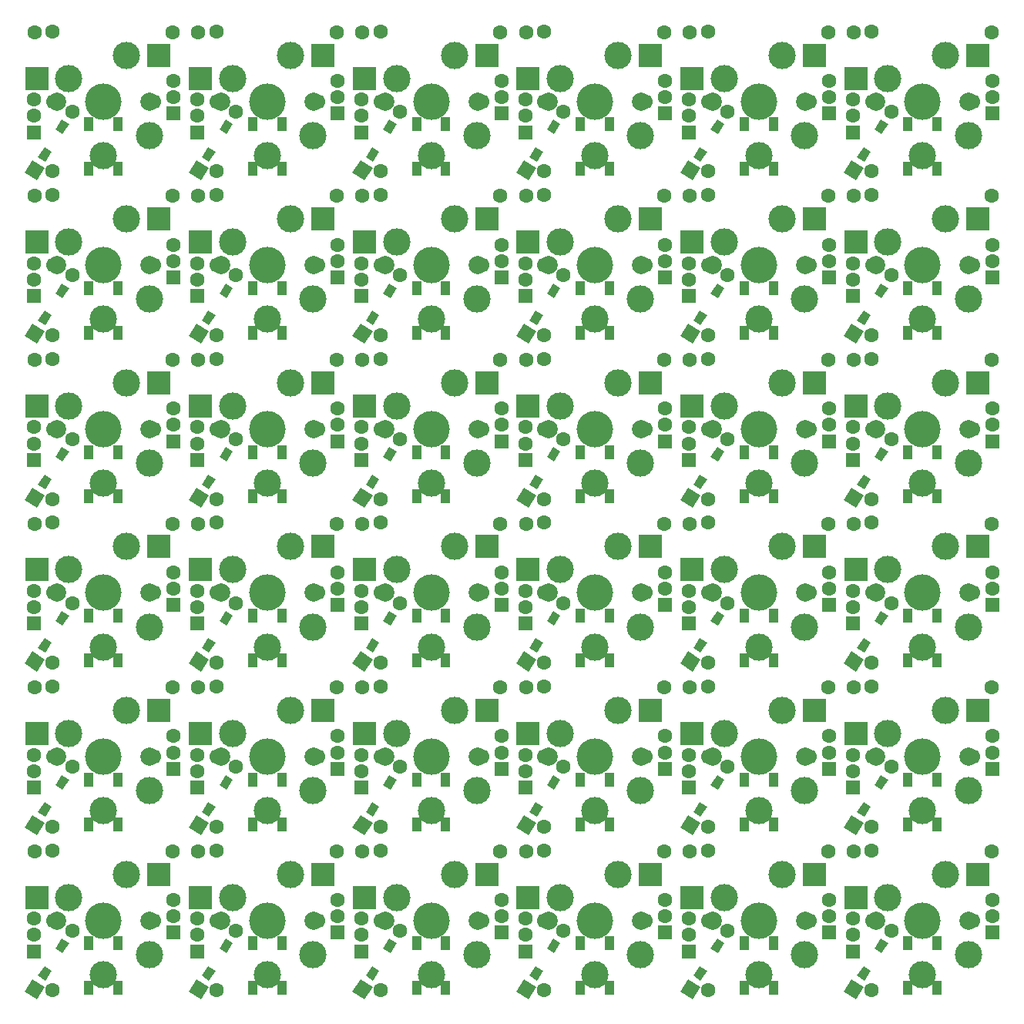
<source format=gbs>
G04 #@! TF.GenerationSoftware,KiCad,Pcbnew,(5.1.5-0-10_14)*
G04 #@! TF.CreationDate,2020-05-05T10:05:08-04:00*
G04 #@! TF.ProjectId,plate,706c6174-652e-46b6-9963-61645f706362,1*
G04 #@! TF.SameCoordinates,Original*
G04 #@! TF.FileFunction,Soldermask,Bot*
G04 #@! TF.FilePolarity,Negative*
%FSLAX46Y46*%
G04 Gerber Fmt 4.6, Leading zero omitted, Abs format (unit mm)*
G04 Created by KiCad (PCBNEW (5.1.5-0-10_14)) date 2020-05-05 10:05:08*
%MOMM*%
%LPD*%
G04 APERTURE LIST*
%ADD10C,1.600000*%
%ADD11R,1.600000X1.600000*%
%ADD12C,0.100000*%
%ADD13C,3.000000*%
%ADD14C,3.429000*%
%ADD15C,1.701800*%
%ADD16C,2.000000*%
%ADD17C,4.000000*%
%ADD18R,2.550000X2.500000*%
%ADD19R,1.000000X1.500000*%
G04 APERTURE END LIST*
D10*
X85045000Y-118215000D03*
X100245000Y-118215000D03*
X100345000Y-125365000D03*
D11*
X84963000Y-129215000D03*
D10*
X100345000Y-123565000D03*
X84963000Y-127415000D03*
X87045000Y-118115000D03*
D11*
X100345000Y-127165000D03*
D10*
X84963000Y-125615000D03*
X87045000Y-133515000D03*
D12*
G36*
X88153780Y-129424382D02*
G01*
X87352558Y-128913947D01*
X88051048Y-127817538D01*
X88852270Y-128327973D01*
X88153780Y-129424382D01*
G37*
G36*
X86246366Y-132418422D02*
G01*
X85445144Y-131907987D01*
X86143634Y-130811578D01*
X86944856Y-131322013D01*
X86246366Y-132418422D01*
G37*
D13*
X92645000Y-131765000D03*
D14*
X92645000Y-125815000D03*
D13*
X97645000Y-129565000D03*
D15*
X87145000Y-125815000D03*
X98145000Y-125815000D03*
D16*
X97725000Y-125815000D03*
D13*
X95185000Y-120735000D03*
D17*
X92645000Y-125815000D03*
D13*
X88835000Y-123275000D03*
D16*
X87565000Y-125815000D03*
D18*
X98735000Y-120735000D03*
X85285000Y-123275000D03*
D19*
X94233600Y-128339400D03*
X91033600Y-128339400D03*
X94233600Y-133239400D03*
X91033600Y-133239400D03*
D12*
G36*
X85339873Y-134469553D02*
G01*
X83990447Y-133609873D01*
X84850127Y-132260447D01*
X86199553Y-133120127D01*
X85339873Y-134469553D01*
G37*
D10*
X89189223Y-126938357D03*
X103045000Y-118215000D03*
X118245000Y-118215000D03*
X118345000Y-125365000D03*
D11*
X102963000Y-129215000D03*
D10*
X118345000Y-123565000D03*
X102963000Y-127415000D03*
X105045000Y-118115000D03*
D11*
X118345000Y-127165000D03*
D10*
X102963000Y-125615000D03*
X105045000Y-133515000D03*
D12*
G36*
X104246366Y-132418422D02*
G01*
X103445144Y-131907987D01*
X104143634Y-130811578D01*
X104944856Y-131322013D01*
X104246366Y-132418422D01*
G37*
G36*
X106153780Y-129424382D02*
G01*
X105352558Y-128913947D01*
X106051048Y-127817538D01*
X106852270Y-128327973D01*
X106153780Y-129424382D01*
G37*
D15*
X116145000Y-125815000D03*
X105145000Y-125815000D03*
D13*
X115645000Y-129565000D03*
D14*
X110645000Y-125815000D03*
D13*
X110645000Y-131765000D03*
D18*
X103285000Y-123275000D03*
X116735000Y-120735000D03*
D16*
X105565000Y-125815000D03*
D13*
X106835000Y-123275000D03*
D17*
X110645000Y-125815000D03*
D13*
X113185000Y-120735000D03*
D16*
X115725000Y-125815000D03*
D10*
X107189223Y-126938357D03*
D12*
G36*
X103339873Y-134469553D02*
G01*
X101990447Y-133609873D01*
X102850127Y-132260447D01*
X104199553Y-133120127D01*
X103339873Y-134469553D01*
G37*
D19*
X109033600Y-133239400D03*
X112233600Y-133239400D03*
X109033600Y-128339400D03*
X112233600Y-128339400D03*
D10*
X85045000Y-136215000D03*
X100245000Y-136215000D03*
X100345000Y-143365000D03*
D11*
X84963000Y-147215000D03*
D10*
X100345000Y-141565000D03*
X84963000Y-145415000D03*
X87045000Y-136115000D03*
D11*
X100345000Y-145165000D03*
D10*
X84963000Y-143615000D03*
X87045000Y-151515000D03*
D12*
G36*
X86246366Y-150418422D02*
G01*
X85445144Y-149907987D01*
X86143634Y-148811578D01*
X86944856Y-149322013D01*
X86246366Y-150418422D01*
G37*
G36*
X88153780Y-147424382D02*
G01*
X87352558Y-146913947D01*
X88051048Y-145817538D01*
X88852270Y-146327973D01*
X88153780Y-147424382D01*
G37*
D15*
X98145000Y-143815000D03*
X87145000Y-143815000D03*
D13*
X97645000Y-147565000D03*
D14*
X92645000Y-143815000D03*
D13*
X92645000Y-149765000D03*
D18*
X85285000Y-141275000D03*
X98735000Y-138735000D03*
D16*
X87565000Y-143815000D03*
D13*
X88835000Y-141275000D03*
D17*
X92645000Y-143815000D03*
D13*
X95185000Y-138735000D03*
D16*
X97725000Y-143815000D03*
D19*
X91033600Y-151239400D03*
X94233600Y-151239400D03*
X91033600Y-146339400D03*
X94233600Y-146339400D03*
D10*
X89189223Y-144938357D03*
D12*
G36*
X85339873Y-152469553D02*
G01*
X83990447Y-151609873D01*
X84850127Y-150260447D01*
X86199553Y-151120127D01*
X85339873Y-152469553D01*
G37*
D10*
X103045000Y-136215000D03*
X118245000Y-136215000D03*
X118345000Y-143365000D03*
D11*
X102963000Y-147215000D03*
D10*
X118345000Y-141565000D03*
X102963000Y-145415000D03*
X105045000Y-136115000D03*
D11*
X118345000Y-145165000D03*
D10*
X102963000Y-143615000D03*
X105045000Y-151515000D03*
D12*
G36*
X106153780Y-147424382D02*
G01*
X105352558Y-146913947D01*
X106051048Y-145817538D01*
X106852270Y-146327973D01*
X106153780Y-147424382D01*
G37*
G36*
X104246366Y-150418422D02*
G01*
X103445144Y-149907987D01*
X104143634Y-148811578D01*
X104944856Y-149322013D01*
X104246366Y-150418422D01*
G37*
D13*
X110645000Y-149765000D03*
D14*
X110645000Y-143815000D03*
D13*
X115645000Y-147565000D03*
D15*
X105145000Y-143815000D03*
X116145000Y-143815000D03*
D16*
X115725000Y-143815000D03*
D13*
X113185000Y-138735000D03*
D17*
X110645000Y-143815000D03*
D13*
X106835000Y-141275000D03*
D16*
X105565000Y-143815000D03*
D18*
X116735000Y-138735000D03*
X103285000Y-141275000D03*
D12*
G36*
X103339873Y-152469553D02*
G01*
X101990447Y-151609873D01*
X102850127Y-150260447D01*
X104199553Y-151120127D01*
X103339873Y-152469553D01*
G37*
D10*
X107189223Y-144938357D03*
D19*
X112233600Y-146339400D03*
X109033600Y-146339400D03*
X112233600Y-151239400D03*
X109033600Y-151239400D03*
D10*
X156963000Y-145415000D03*
X159045000Y-136115000D03*
D11*
X172345000Y-145165000D03*
D10*
X156963000Y-143615000D03*
X159045000Y-151515000D03*
D12*
G36*
X160153780Y-147424382D02*
G01*
X159352558Y-146913947D01*
X160051048Y-145817538D01*
X160852270Y-146327973D01*
X160153780Y-147424382D01*
G37*
G36*
X158246366Y-150418422D02*
G01*
X157445144Y-149907987D01*
X158143634Y-148811578D01*
X158944856Y-149322013D01*
X158246366Y-150418422D01*
G37*
D13*
X164645000Y-149765000D03*
D14*
X164645000Y-143815000D03*
D13*
X169645000Y-147565000D03*
D15*
X159145000Y-143815000D03*
X170145000Y-143815000D03*
D16*
X169725000Y-143815000D03*
D13*
X167185000Y-138735000D03*
D17*
X164645000Y-143815000D03*
D13*
X160835000Y-141275000D03*
D16*
X159565000Y-143815000D03*
D18*
X170735000Y-138735000D03*
X157285000Y-141275000D03*
D10*
X179189223Y-144938357D03*
D12*
G36*
X175339873Y-152469553D02*
G01*
X173990447Y-151609873D01*
X174850127Y-150260447D01*
X176199553Y-151120127D01*
X175339873Y-152469553D01*
G37*
D19*
X181033600Y-151239400D03*
X184233600Y-151239400D03*
X181033600Y-146339400D03*
X184233600Y-146339400D03*
D12*
G36*
X176246366Y-150418422D02*
G01*
X175445144Y-149907987D01*
X176143634Y-148811578D01*
X176944856Y-149322013D01*
X176246366Y-150418422D01*
G37*
G36*
X178153780Y-147424382D02*
G01*
X177352558Y-146913947D01*
X178051048Y-145817538D01*
X178852270Y-146327973D01*
X178153780Y-147424382D01*
G37*
G36*
X157339873Y-152469553D02*
G01*
X155990447Y-151609873D01*
X156850127Y-150260447D01*
X158199553Y-151120127D01*
X157339873Y-152469553D01*
G37*
D10*
X161189223Y-144938357D03*
X190345000Y-143365000D03*
D11*
X174963000Y-147215000D03*
D10*
X190345000Y-141565000D03*
X174963000Y-145415000D03*
X175045000Y-136215000D03*
X190245000Y-136215000D03*
X177045000Y-151515000D03*
D15*
X188145000Y-143815000D03*
X177145000Y-143815000D03*
D13*
X187645000Y-147565000D03*
D14*
X182645000Y-143815000D03*
D13*
X182645000Y-149765000D03*
D10*
X177045000Y-136115000D03*
D11*
X190345000Y-145165000D03*
D10*
X174963000Y-143615000D03*
D11*
X156963000Y-147215000D03*
D10*
X172345000Y-141565000D03*
D18*
X175285000Y-141275000D03*
X188735000Y-138735000D03*
D16*
X177565000Y-143815000D03*
D13*
X178835000Y-141275000D03*
D17*
X182645000Y-143815000D03*
D13*
X185185000Y-138735000D03*
D16*
X187725000Y-143815000D03*
D19*
X166233600Y-146339400D03*
X163033600Y-146339400D03*
X166233600Y-151239400D03*
X163033600Y-151239400D03*
D10*
X157045000Y-136215000D03*
X172245000Y-136215000D03*
X172345000Y-143365000D03*
D19*
X130233600Y-146339400D03*
X127033600Y-146339400D03*
X130233600Y-151239400D03*
X127033600Y-151239400D03*
D12*
G36*
X121339873Y-152469553D02*
G01*
X119990447Y-151609873D01*
X120850127Y-150260447D01*
X122199553Y-151120127D01*
X121339873Y-152469553D01*
G37*
D10*
X125189223Y-144938357D03*
X143189223Y-144938357D03*
D12*
G36*
X139339873Y-152469553D02*
G01*
X137990447Y-151609873D01*
X138850127Y-150260447D01*
X140199553Y-151120127D01*
X139339873Y-152469553D01*
G37*
D13*
X128645000Y-149765000D03*
D14*
X128645000Y-143815000D03*
D13*
X133645000Y-147565000D03*
D15*
X123145000Y-143815000D03*
X134145000Y-143815000D03*
D16*
X133725000Y-143815000D03*
D13*
X131185000Y-138735000D03*
D17*
X128645000Y-143815000D03*
D13*
X124835000Y-141275000D03*
D16*
X123565000Y-143815000D03*
D18*
X134735000Y-138735000D03*
X121285000Y-141275000D03*
D10*
X120963000Y-145415000D03*
X123045000Y-136115000D03*
D11*
X136345000Y-145165000D03*
D10*
X120963000Y-143615000D03*
X123045000Y-151515000D03*
X139045000Y-136215000D03*
X154245000Y-136215000D03*
X154345000Y-143365000D03*
D11*
X138963000Y-147215000D03*
D10*
X154345000Y-141565000D03*
X138963000Y-145415000D03*
X141045000Y-136115000D03*
D11*
X154345000Y-145165000D03*
D10*
X138963000Y-143615000D03*
X141045000Y-151515000D03*
D12*
G36*
X140246366Y-150418422D02*
G01*
X139445144Y-149907987D01*
X140143634Y-148811578D01*
X140944856Y-149322013D01*
X140246366Y-150418422D01*
G37*
G36*
X142153780Y-147424382D02*
G01*
X141352558Y-146913947D01*
X142051048Y-145817538D01*
X142852270Y-146327973D01*
X142153780Y-147424382D01*
G37*
D15*
X152145000Y-143815000D03*
X141145000Y-143815000D03*
D13*
X151645000Y-147565000D03*
D14*
X146645000Y-143815000D03*
D13*
X146645000Y-149765000D03*
D18*
X139285000Y-141275000D03*
X152735000Y-138735000D03*
D16*
X141565000Y-143815000D03*
D13*
X142835000Y-141275000D03*
D17*
X146645000Y-143815000D03*
D13*
X149185000Y-138735000D03*
D16*
X151725000Y-143815000D03*
D12*
G36*
X124153780Y-147424382D02*
G01*
X123352558Y-146913947D01*
X124051048Y-145817538D01*
X124852270Y-146327973D01*
X124153780Y-147424382D01*
G37*
G36*
X122246366Y-150418422D02*
G01*
X121445144Y-149907987D01*
X122143634Y-148811578D01*
X122944856Y-149322013D01*
X122246366Y-150418422D01*
G37*
D19*
X145033600Y-151239400D03*
X148233600Y-151239400D03*
X145033600Y-146339400D03*
X148233600Y-146339400D03*
D11*
X120963000Y-147215000D03*
D10*
X121045000Y-136215000D03*
X136245000Y-136215000D03*
X136345000Y-143365000D03*
X136345000Y-141565000D03*
X156963000Y-127415000D03*
X159045000Y-118115000D03*
D11*
X172345000Y-127165000D03*
D10*
X156963000Y-125615000D03*
X159045000Y-133515000D03*
D12*
G36*
X158246366Y-132418422D02*
G01*
X157445144Y-131907987D01*
X158143634Y-130811578D01*
X158944856Y-131322013D01*
X158246366Y-132418422D01*
G37*
G36*
X160153780Y-129424382D02*
G01*
X159352558Y-128913947D01*
X160051048Y-127817538D01*
X160852270Y-128327973D01*
X160153780Y-129424382D01*
G37*
D15*
X170145000Y-125815000D03*
X159145000Y-125815000D03*
D13*
X169645000Y-129565000D03*
D14*
X164645000Y-125815000D03*
D13*
X164645000Y-131765000D03*
D18*
X157285000Y-123275000D03*
X170735000Y-120735000D03*
D16*
X159565000Y-125815000D03*
D13*
X160835000Y-123275000D03*
D17*
X164645000Y-125815000D03*
D13*
X167185000Y-120735000D03*
D16*
X169725000Y-125815000D03*
D12*
G36*
X175339873Y-134469553D02*
G01*
X173990447Y-133609873D01*
X174850127Y-132260447D01*
X176199553Y-133120127D01*
X175339873Y-134469553D01*
G37*
D10*
X179189223Y-126938357D03*
D19*
X184233600Y-128339400D03*
X181033600Y-128339400D03*
X184233600Y-133239400D03*
X181033600Y-133239400D03*
D12*
G36*
X178153780Y-129424382D02*
G01*
X177352558Y-128913947D01*
X178051048Y-127817538D01*
X178852270Y-128327973D01*
X178153780Y-129424382D01*
G37*
G36*
X176246366Y-132418422D02*
G01*
X175445144Y-131907987D01*
X176143634Y-130811578D01*
X176944856Y-131322013D01*
X176246366Y-132418422D01*
G37*
D10*
X161189223Y-126938357D03*
D12*
G36*
X157339873Y-134469553D02*
G01*
X155990447Y-133609873D01*
X156850127Y-132260447D01*
X158199553Y-133120127D01*
X157339873Y-134469553D01*
G37*
D10*
X190345000Y-125365000D03*
D11*
X174963000Y-129215000D03*
D10*
X190345000Y-123565000D03*
X174963000Y-127415000D03*
X175045000Y-118215000D03*
X190245000Y-118215000D03*
X177045000Y-133515000D03*
D13*
X182645000Y-131765000D03*
D14*
X182645000Y-125815000D03*
D13*
X187645000Y-129565000D03*
D15*
X177145000Y-125815000D03*
X188145000Y-125815000D03*
D10*
X177045000Y-118115000D03*
D11*
X190345000Y-127165000D03*
D10*
X174963000Y-125615000D03*
D11*
X156963000Y-129215000D03*
D10*
X172345000Y-123565000D03*
D16*
X187725000Y-125815000D03*
D13*
X185185000Y-120735000D03*
D17*
X182645000Y-125815000D03*
D13*
X178835000Y-123275000D03*
D16*
X177565000Y-125815000D03*
D18*
X188735000Y-120735000D03*
X175285000Y-123275000D03*
D19*
X163033600Y-133239400D03*
X166233600Y-133239400D03*
X163033600Y-128339400D03*
X166233600Y-128339400D03*
D10*
X157045000Y-118215000D03*
X172245000Y-118215000D03*
X172345000Y-125365000D03*
D19*
X127033600Y-133239400D03*
X130233600Y-133239400D03*
X127033600Y-128339400D03*
X130233600Y-128339400D03*
D10*
X125189223Y-126938357D03*
D12*
G36*
X121339873Y-134469553D02*
G01*
X119990447Y-133609873D01*
X120850127Y-132260447D01*
X122199553Y-133120127D01*
X121339873Y-134469553D01*
G37*
D10*
X139045000Y-118215000D03*
X154245000Y-118215000D03*
X154345000Y-125365000D03*
D11*
X138963000Y-129215000D03*
D10*
X154345000Y-123565000D03*
X138963000Y-127415000D03*
X141045000Y-118115000D03*
D11*
X154345000Y-127165000D03*
D10*
X138963000Y-125615000D03*
X141045000Y-133515000D03*
D12*
G36*
X142153780Y-129424382D02*
G01*
X141352558Y-128913947D01*
X142051048Y-127817538D01*
X142852270Y-128327973D01*
X142153780Y-129424382D01*
G37*
G36*
X140246366Y-132418422D02*
G01*
X139445144Y-131907987D01*
X140143634Y-130811578D01*
X140944856Y-131322013D01*
X140246366Y-132418422D01*
G37*
D13*
X146645000Y-131765000D03*
D14*
X146645000Y-125815000D03*
D13*
X151645000Y-129565000D03*
D15*
X141145000Y-125815000D03*
X152145000Y-125815000D03*
D16*
X151725000Y-125815000D03*
D13*
X149185000Y-120735000D03*
D17*
X146645000Y-125815000D03*
D13*
X142835000Y-123275000D03*
D16*
X141565000Y-125815000D03*
D18*
X152735000Y-120735000D03*
X139285000Y-123275000D03*
D12*
G36*
X139339873Y-134469553D02*
G01*
X137990447Y-133609873D01*
X138850127Y-132260447D01*
X140199553Y-133120127D01*
X139339873Y-134469553D01*
G37*
D10*
X143189223Y-126938357D03*
D19*
X148233600Y-128339400D03*
X145033600Y-128339400D03*
X148233600Y-133239400D03*
X145033600Y-133239400D03*
D10*
X121045000Y-118215000D03*
X136245000Y-118215000D03*
X136345000Y-125365000D03*
D11*
X120963000Y-129215000D03*
D10*
X136345000Y-123565000D03*
X120963000Y-127415000D03*
X123045000Y-118115000D03*
D11*
X136345000Y-127165000D03*
D10*
X120963000Y-125615000D03*
X123045000Y-133515000D03*
D12*
G36*
X122246366Y-132418422D02*
G01*
X121445144Y-131907987D01*
X122143634Y-130811578D01*
X122944856Y-131322013D01*
X122246366Y-132418422D01*
G37*
G36*
X124153780Y-129424382D02*
G01*
X123352558Y-128913947D01*
X124051048Y-127817538D01*
X124852270Y-128327973D01*
X124153780Y-129424382D01*
G37*
D15*
X134145000Y-125815000D03*
X123145000Y-125815000D03*
D13*
X133645000Y-129565000D03*
D14*
X128645000Y-125815000D03*
D13*
X128645000Y-131765000D03*
D18*
X121285000Y-123275000D03*
X134735000Y-120735000D03*
D16*
X123565000Y-125815000D03*
D13*
X124835000Y-123275000D03*
D17*
X128645000Y-125815000D03*
D13*
X131185000Y-120735000D03*
D16*
X133725000Y-125815000D03*
D10*
X85045000Y-82215000D03*
X100245000Y-82215000D03*
X100345000Y-89365000D03*
D11*
X84963000Y-93215000D03*
D10*
X100345000Y-87565000D03*
X84963000Y-91415000D03*
X87045000Y-82115000D03*
D11*
X100345000Y-91165000D03*
D10*
X84963000Y-89615000D03*
X87045000Y-97515000D03*
D12*
G36*
X88153780Y-93424382D02*
G01*
X87352558Y-92913947D01*
X88051048Y-91817538D01*
X88852270Y-92327973D01*
X88153780Y-93424382D01*
G37*
G36*
X86246366Y-96418422D02*
G01*
X85445144Y-95907987D01*
X86143634Y-94811578D01*
X86944856Y-95322013D01*
X86246366Y-96418422D01*
G37*
D13*
X92645000Y-95765000D03*
D14*
X92645000Y-89815000D03*
D13*
X97645000Y-93565000D03*
D15*
X87145000Y-89815000D03*
X98145000Y-89815000D03*
D16*
X97725000Y-89815000D03*
D13*
X95185000Y-84735000D03*
D17*
X92645000Y-89815000D03*
D13*
X88835000Y-87275000D03*
D16*
X87565000Y-89815000D03*
D18*
X98735000Y-84735000D03*
X85285000Y-87275000D03*
D19*
X94233600Y-92339400D03*
X91033600Y-92339400D03*
X94233600Y-97239400D03*
X91033600Y-97239400D03*
D12*
G36*
X85339873Y-98469553D02*
G01*
X83990447Y-97609873D01*
X84850127Y-96260447D01*
X86199553Y-97120127D01*
X85339873Y-98469553D01*
G37*
D10*
X89189223Y-90938357D03*
X103045000Y-82215000D03*
X118245000Y-82215000D03*
X118345000Y-89365000D03*
D11*
X102963000Y-93215000D03*
D10*
X118345000Y-87565000D03*
X102963000Y-91415000D03*
X105045000Y-82115000D03*
D11*
X118345000Y-91165000D03*
D10*
X102963000Y-89615000D03*
X105045000Y-97515000D03*
D12*
G36*
X104246366Y-96418422D02*
G01*
X103445144Y-95907987D01*
X104143634Y-94811578D01*
X104944856Y-95322013D01*
X104246366Y-96418422D01*
G37*
G36*
X106153780Y-93424382D02*
G01*
X105352558Y-92913947D01*
X106051048Y-91817538D01*
X106852270Y-92327973D01*
X106153780Y-93424382D01*
G37*
D15*
X116145000Y-89815000D03*
X105145000Y-89815000D03*
D13*
X115645000Y-93565000D03*
D14*
X110645000Y-89815000D03*
D13*
X110645000Y-95765000D03*
D18*
X103285000Y-87275000D03*
X116735000Y-84735000D03*
D16*
X105565000Y-89815000D03*
D13*
X106835000Y-87275000D03*
D17*
X110645000Y-89815000D03*
D13*
X113185000Y-84735000D03*
D16*
X115725000Y-89815000D03*
D10*
X107189223Y-90938357D03*
D12*
G36*
X103339873Y-98469553D02*
G01*
X101990447Y-97609873D01*
X102850127Y-96260447D01*
X104199553Y-97120127D01*
X103339873Y-98469553D01*
G37*
D19*
X109033600Y-97239400D03*
X112233600Y-97239400D03*
X109033600Y-92339400D03*
X112233600Y-92339400D03*
D10*
X85045000Y-100215000D03*
X100245000Y-100215000D03*
X100345000Y-107365000D03*
D11*
X84963000Y-111215000D03*
D10*
X100345000Y-105565000D03*
X84963000Y-109415000D03*
X87045000Y-100115000D03*
D11*
X100345000Y-109165000D03*
D10*
X84963000Y-107615000D03*
X87045000Y-115515000D03*
D12*
G36*
X86246366Y-114418422D02*
G01*
X85445144Y-113907987D01*
X86143634Y-112811578D01*
X86944856Y-113322013D01*
X86246366Y-114418422D01*
G37*
G36*
X88153780Y-111424382D02*
G01*
X87352558Y-110913947D01*
X88051048Y-109817538D01*
X88852270Y-110327973D01*
X88153780Y-111424382D01*
G37*
D15*
X98145000Y-107815000D03*
X87145000Y-107815000D03*
D13*
X97645000Y-111565000D03*
D14*
X92645000Y-107815000D03*
D13*
X92645000Y-113765000D03*
D18*
X85285000Y-105275000D03*
X98735000Y-102735000D03*
D16*
X87565000Y-107815000D03*
D13*
X88835000Y-105275000D03*
D17*
X92645000Y-107815000D03*
D13*
X95185000Y-102735000D03*
D16*
X97725000Y-107815000D03*
D19*
X91033600Y-115239400D03*
X94233600Y-115239400D03*
X91033600Y-110339400D03*
X94233600Y-110339400D03*
D10*
X89189223Y-108938357D03*
D12*
G36*
X85339873Y-116469553D02*
G01*
X83990447Y-115609873D01*
X84850127Y-114260447D01*
X86199553Y-115120127D01*
X85339873Y-116469553D01*
G37*
D10*
X103045000Y-100215000D03*
X118245000Y-100215000D03*
X118345000Y-107365000D03*
D11*
X102963000Y-111215000D03*
D10*
X118345000Y-105565000D03*
X102963000Y-109415000D03*
X105045000Y-100115000D03*
D11*
X118345000Y-109165000D03*
D10*
X102963000Y-107615000D03*
X105045000Y-115515000D03*
D12*
G36*
X106153780Y-111424382D02*
G01*
X105352558Y-110913947D01*
X106051048Y-109817538D01*
X106852270Y-110327973D01*
X106153780Y-111424382D01*
G37*
G36*
X104246366Y-114418422D02*
G01*
X103445144Y-113907987D01*
X104143634Y-112811578D01*
X104944856Y-113322013D01*
X104246366Y-114418422D01*
G37*
D13*
X110645000Y-113765000D03*
D14*
X110645000Y-107815000D03*
D13*
X115645000Y-111565000D03*
D15*
X105145000Y-107815000D03*
X116145000Y-107815000D03*
D16*
X115725000Y-107815000D03*
D13*
X113185000Y-102735000D03*
D17*
X110645000Y-107815000D03*
D13*
X106835000Y-105275000D03*
D16*
X105565000Y-107815000D03*
D18*
X116735000Y-102735000D03*
X103285000Y-105275000D03*
D12*
G36*
X103339873Y-116469553D02*
G01*
X101990447Y-115609873D01*
X102850127Y-114260447D01*
X104199553Y-115120127D01*
X103339873Y-116469553D01*
G37*
D10*
X107189223Y-108938357D03*
D19*
X112233600Y-110339400D03*
X109033600Y-110339400D03*
X112233600Y-115239400D03*
X109033600Y-115239400D03*
D10*
X156963000Y-109415000D03*
X159045000Y-100115000D03*
D11*
X172345000Y-109165000D03*
D10*
X156963000Y-107615000D03*
X159045000Y-115515000D03*
D12*
G36*
X160153780Y-111424382D02*
G01*
X159352558Y-110913947D01*
X160051048Y-109817538D01*
X160852270Y-110327973D01*
X160153780Y-111424382D01*
G37*
G36*
X158246366Y-114418422D02*
G01*
X157445144Y-113907987D01*
X158143634Y-112811578D01*
X158944856Y-113322013D01*
X158246366Y-114418422D01*
G37*
D13*
X164645000Y-113765000D03*
D14*
X164645000Y-107815000D03*
D13*
X169645000Y-111565000D03*
D15*
X159145000Y-107815000D03*
X170145000Y-107815000D03*
D16*
X169725000Y-107815000D03*
D13*
X167185000Y-102735000D03*
D17*
X164645000Y-107815000D03*
D13*
X160835000Y-105275000D03*
D16*
X159565000Y-107815000D03*
D18*
X170735000Y-102735000D03*
X157285000Y-105275000D03*
D10*
X179189223Y-108938357D03*
D12*
G36*
X175339873Y-116469553D02*
G01*
X173990447Y-115609873D01*
X174850127Y-114260447D01*
X176199553Y-115120127D01*
X175339873Y-116469553D01*
G37*
D19*
X181033600Y-115239400D03*
X184233600Y-115239400D03*
X181033600Y-110339400D03*
X184233600Y-110339400D03*
D12*
G36*
X176246366Y-114418422D02*
G01*
X175445144Y-113907987D01*
X176143634Y-112811578D01*
X176944856Y-113322013D01*
X176246366Y-114418422D01*
G37*
G36*
X178153780Y-111424382D02*
G01*
X177352558Y-110913947D01*
X178051048Y-109817538D01*
X178852270Y-110327973D01*
X178153780Y-111424382D01*
G37*
G36*
X157339873Y-116469553D02*
G01*
X155990447Y-115609873D01*
X156850127Y-114260447D01*
X158199553Y-115120127D01*
X157339873Y-116469553D01*
G37*
D10*
X161189223Y-108938357D03*
X190345000Y-107365000D03*
D11*
X174963000Y-111215000D03*
D10*
X190345000Y-105565000D03*
X174963000Y-109415000D03*
X175045000Y-100215000D03*
X190245000Y-100215000D03*
X177045000Y-115515000D03*
D15*
X188145000Y-107815000D03*
X177145000Y-107815000D03*
D13*
X187645000Y-111565000D03*
D14*
X182645000Y-107815000D03*
D13*
X182645000Y-113765000D03*
D10*
X177045000Y-100115000D03*
D11*
X190345000Y-109165000D03*
D10*
X174963000Y-107615000D03*
D11*
X156963000Y-111215000D03*
D10*
X172345000Y-105565000D03*
D18*
X175285000Y-105275000D03*
X188735000Y-102735000D03*
D16*
X177565000Y-107815000D03*
D13*
X178835000Y-105275000D03*
D17*
X182645000Y-107815000D03*
D13*
X185185000Y-102735000D03*
D16*
X187725000Y-107815000D03*
D19*
X166233600Y-110339400D03*
X163033600Y-110339400D03*
X166233600Y-115239400D03*
X163033600Y-115239400D03*
D10*
X157045000Y-100215000D03*
X172245000Y-100215000D03*
X172345000Y-107365000D03*
D19*
X130233600Y-110339400D03*
X127033600Y-110339400D03*
X130233600Y-115239400D03*
X127033600Y-115239400D03*
D12*
G36*
X121339873Y-116469553D02*
G01*
X119990447Y-115609873D01*
X120850127Y-114260447D01*
X122199553Y-115120127D01*
X121339873Y-116469553D01*
G37*
D10*
X125189223Y-108938357D03*
X143189223Y-108938357D03*
D12*
G36*
X139339873Y-116469553D02*
G01*
X137990447Y-115609873D01*
X138850127Y-114260447D01*
X140199553Y-115120127D01*
X139339873Y-116469553D01*
G37*
D13*
X128645000Y-113765000D03*
D14*
X128645000Y-107815000D03*
D13*
X133645000Y-111565000D03*
D15*
X123145000Y-107815000D03*
X134145000Y-107815000D03*
D16*
X133725000Y-107815000D03*
D13*
X131185000Y-102735000D03*
D17*
X128645000Y-107815000D03*
D13*
X124835000Y-105275000D03*
D16*
X123565000Y-107815000D03*
D18*
X134735000Y-102735000D03*
X121285000Y-105275000D03*
D10*
X120963000Y-109415000D03*
X123045000Y-100115000D03*
D11*
X136345000Y-109165000D03*
D10*
X120963000Y-107615000D03*
X123045000Y-115515000D03*
X139045000Y-100215000D03*
X154245000Y-100215000D03*
X154345000Y-107365000D03*
D11*
X138963000Y-111215000D03*
D10*
X154345000Y-105565000D03*
X138963000Y-109415000D03*
X141045000Y-100115000D03*
D11*
X154345000Y-109165000D03*
D10*
X138963000Y-107615000D03*
X141045000Y-115515000D03*
D12*
G36*
X140246366Y-114418422D02*
G01*
X139445144Y-113907987D01*
X140143634Y-112811578D01*
X140944856Y-113322013D01*
X140246366Y-114418422D01*
G37*
G36*
X142153780Y-111424382D02*
G01*
X141352558Y-110913947D01*
X142051048Y-109817538D01*
X142852270Y-110327973D01*
X142153780Y-111424382D01*
G37*
D15*
X152145000Y-107815000D03*
X141145000Y-107815000D03*
D13*
X151645000Y-111565000D03*
D14*
X146645000Y-107815000D03*
D13*
X146645000Y-113765000D03*
D18*
X139285000Y-105275000D03*
X152735000Y-102735000D03*
D16*
X141565000Y-107815000D03*
D13*
X142835000Y-105275000D03*
D17*
X146645000Y-107815000D03*
D13*
X149185000Y-102735000D03*
D16*
X151725000Y-107815000D03*
D12*
G36*
X124153780Y-111424382D02*
G01*
X123352558Y-110913947D01*
X124051048Y-109817538D01*
X124852270Y-110327973D01*
X124153780Y-111424382D01*
G37*
G36*
X122246366Y-114418422D02*
G01*
X121445144Y-113907987D01*
X122143634Y-112811578D01*
X122944856Y-113322013D01*
X122246366Y-114418422D01*
G37*
D19*
X145033600Y-115239400D03*
X148233600Y-115239400D03*
X145033600Y-110339400D03*
X148233600Y-110339400D03*
D11*
X120963000Y-111215000D03*
D10*
X121045000Y-100215000D03*
X136245000Y-100215000D03*
X136345000Y-107365000D03*
X136345000Y-105565000D03*
X156963000Y-91415000D03*
X159045000Y-82115000D03*
D11*
X172345000Y-91165000D03*
D10*
X156963000Y-89615000D03*
X159045000Y-97515000D03*
D12*
G36*
X158246366Y-96418422D02*
G01*
X157445144Y-95907987D01*
X158143634Y-94811578D01*
X158944856Y-95322013D01*
X158246366Y-96418422D01*
G37*
G36*
X160153780Y-93424382D02*
G01*
X159352558Y-92913947D01*
X160051048Y-91817538D01*
X160852270Y-92327973D01*
X160153780Y-93424382D01*
G37*
D15*
X170145000Y-89815000D03*
X159145000Y-89815000D03*
D13*
X169645000Y-93565000D03*
D14*
X164645000Y-89815000D03*
D13*
X164645000Y-95765000D03*
D18*
X157285000Y-87275000D03*
X170735000Y-84735000D03*
D16*
X159565000Y-89815000D03*
D13*
X160835000Y-87275000D03*
D17*
X164645000Y-89815000D03*
D13*
X167185000Y-84735000D03*
D16*
X169725000Y-89815000D03*
D12*
G36*
X175339873Y-98469553D02*
G01*
X173990447Y-97609873D01*
X174850127Y-96260447D01*
X176199553Y-97120127D01*
X175339873Y-98469553D01*
G37*
D10*
X179189223Y-90938357D03*
D19*
X184233600Y-92339400D03*
X181033600Y-92339400D03*
X184233600Y-97239400D03*
X181033600Y-97239400D03*
D12*
G36*
X178153780Y-93424382D02*
G01*
X177352558Y-92913947D01*
X178051048Y-91817538D01*
X178852270Y-92327973D01*
X178153780Y-93424382D01*
G37*
G36*
X176246366Y-96418422D02*
G01*
X175445144Y-95907987D01*
X176143634Y-94811578D01*
X176944856Y-95322013D01*
X176246366Y-96418422D01*
G37*
D10*
X161189223Y-90938357D03*
D12*
G36*
X157339873Y-98469553D02*
G01*
X155990447Y-97609873D01*
X156850127Y-96260447D01*
X158199553Y-97120127D01*
X157339873Y-98469553D01*
G37*
D10*
X190345000Y-89365000D03*
D11*
X174963000Y-93215000D03*
D10*
X190345000Y-87565000D03*
X174963000Y-91415000D03*
X175045000Y-82215000D03*
X190245000Y-82215000D03*
X177045000Y-97515000D03*
D13*
X182645000Y-95765000D03*
D14*
X182645000Y-89815000D03*
D13*
X187645000Y-93565000D03*
D15*
X177145000Y-89815000D03*
X188145000Y-89815000D03*
D10*
X177045000Y-82115000D03*
D11*
X190345000Y-91165000D03*
D10*
X174963000Y-89615000D03*
D11*
X156963000Y-93215000D03*
D10*
X172345000Y-87565000D03*
D16*
X187725000Y-89815000D03*
D13*
X185185000Y-84735000D03*
D17*
X182645000Y-89815000D03*
D13*
X178835000Y-87275000D03*
D16*
X177565000Y-89815000D03*
D18*
X188735000Y-84735000D03*
X175285000Y-87275000D03*
D19*
X163033600Y-97239400D03*
X166233600Y-97239400D03*
X163033600Y-92339400D03*
X166233600Y-92339400D03*
D10*
X157045000Y-82215000D03*
X172245000Y-82215000D03*
X172345000Y-89365000D03*
D19*
X127033600Y-97239400D03*
X130233600Y-97239400D03*
X127033600Y-92339400D03*
X130233600Y-92339400D03*
D10*
X125189223Y-90938357D03*
D12*
G36*
X121339873Y-98469553D02*
G01*
X119990447Y-97609873D01*
X120850127Y-96260447D01*
X122199553Y-97120127D01*
X121339873Y-98469553D01*
G37*
D10*
X139045000Y-82215000D03*
X154245000Y-82215000D03*
X154345000Y-89365000D03*
D11*
X138963000Y-93215000D03*
D10*
X154345000Y-87565000D03*
X138963000Y-91415000D03*
X141045000Y-82115000D03*
D11*
X154345000Y-91165000D03*
D10*
X138963000Y-89615000D03*
X141045000Y-97515000D03*
D12*
G36*
X142153780Y-93424382D02*
G01*
X141352558Y-92913947D01*
X142051048Y-91817538D01*
X142852270Y-92327973D01*
X142153780Y-93424382D01*
G37*
G36*
X140246366Y-96418422D02*
G01*
X139445144Y-95907987D01*
X140143634Y-94811578D01*
X140944856Y-95322013D01*
X140246366Y-96418422D01*
G37*
D13*
X146645000Y-95765000D03*
D14*
X146645000Y-89815000D03*
D13*
X151645000Y-93565000D03*
D15*
X141145000Y-89815000D03*
X152145000Y-89815000D03*
D16*
X151725000Y-89815000D03*
D13*
X149185000Y-84735000D03*
D17*
X146645000Y-89815000D03*
D13*
X142835000Y-87275000D03*
D16*
X141565000Y-89815000D03*
D18*
X152735000Y-84735000D03*
X139285000Y-87275000D03*
D12*
G36*
X139339873Y-98469553D02*
G01*
X137990447Y-97609873D01*
X138850127Y-96260447D01*
X140199553Y-97120127D01*
X139339873Y-98469553D01*
G37*
D10*
X143189223Y-90938357D03*
D19*
X148233600Y-92339400D03*
X145033600Y-92339400D03*
X148233600Y-97239400D03*
X145033600Y-97239400D03*
D10*
X121045000Y-82215000D03*
X136245000Y-82215000D03*
X136345000Y-89365000D03*
D11*
X120963000Y-93215000D03*
D10*
X136345000Y-87565000D03*
X120963000Y-91415000D03*
X123045000Y-82115000D03*
D11*
X136345000Y-91165000D03*
D10*
X120963000Y-89615000D03*
X123045000Y-97515000D03*
D12*
G36*
X122246366Y-96418422D02*
G01*
X121445144Y-95907987D01*
X122143634Y-94811578D01*
X122944856Y-95322013D01*
X122246366Y-96418422D01*
G37*
G36*
X124153780Y-93424382D02*
G01*
X123352558Y-92913947D01*
X124051048Y-91817538D01*
X124852270Y-92327973D01*
X124153780Y-93424382D01*
G37*
D15*
X134145000Y-89815000D03*
X123145000Y-89815000D03*
D13*
X133645000Y-93565000D03*
D14*
X128645000Y-89815000D03*
D13*
X128645000Y-95765000D03*
D18*
X121285000Y-87275000D03*
X134735000Y-84735000D03*
D16*
X123565000Y-89815000D03*
D13*
X124835000Y-87275000D03*
D17*
X128645000Y-89815000D03*
D13*
X131185000Y-84735000D03*
D16*
X133725000Y-89815000D03*
D10*
X85045000Y-64215000D03*
X100245000Y-64215000D03*
X100345000Y-71365000D03*
D11*
X84963000Y-75215000D03*
D10*
X100345000Y-69565000D03*
X84963000Y-73415000D03*
X87045000Y-64115000D03*
D11*
X100345000Y-73165000D03*
D10*
X84963000Y-71615000D03*
X87045000Y-79515000D03*
D12*
G36*
X88153780Y-75424382D02*
G01*
X87352558Y-74913947D01*
X88051048Y-73817538D01*
X88852270Y-74327973D01*
X88153780Y-75424382D01*
G37*
G36*
X86246366Y-78418422D02*
G01*
X85445144Y-77907987D01*
X86143634Y-76811578D01*
X86944856Y-77322013D01*
X86246366Y-78418422D01*
G37*
D13*
X92645000Y-77765000D03*
D14*
X92645000Y-71815000D03*
D13*
X97645000Y-75565000D03*
D15*
X87145000Y-71815000D03*
X98145000Y-71815000D03*
D16*
X97725000Y-71815000D03*
D13*
X95185000Y-66735000D03*
D17*
X92645000Y-71815000D03*
D13*
X88835000Y-69275000D03*
D16*
X87565000Y-71815000D03*
D18*
X98735000Y-66735000D03*
X85285000Y-69275000D03*
D19*
X94233600Y-74339400D03*
X91033600Y-74339400D03*
X94233600Y-79239400D03*
X91033600Y-79239400D03*
D12*
G36*
X85339873Y-80469553D02*
G01*
X83990447Y-79609873D01*
X84850127Y-78260447D01*
X86199553Y-79120127D01*
X85339873Y-80469553D01*
G37*
D10*
X89189223Y-72938357D03*
X103045000Y-64215000D03*
X118245000Y-64215000D03*
X118345000Y-71365000D03*
D11*
X102963000Y-75215000D03*
D10*
X118345000Y-69565000D03*
X102963000Y-73415000D03*
X105045000Y-64115000D03*
D11*
X118345000Y-73165000D03*
D10*
X102963000Y-71615000D03*
X105045000Y-79515000D03*
D12*
G36*
X104246366Y-78418422D02*
G01*
X103445144Y-77907987D01*
X104143634Y-76811578D01*
X104944856Y-77322013D01*
X104246366Y-78418422D01*
G37*
G36*
X106153780Y-75424382D02*
G01*
X105352558Y-74913947D01*
X106051048Y-73817538D01*
X106852270Y-74327973D01*
X106153780Y-75424382D01*
G37*
D15*
X116145000Y-71815000D03*
X105145000Y-71815000D03*
D13*
X115645000Y-75565000D03*
D14*
X110645000Y-71815000D03*
D13*
X110645000Y-77765000D03*
D18*
X103285000Y-69275000D03*
X116735000Y-66735000D03*
D16*
X105565000Y-71815000D03*
D13*
X106835000Y-69275000D03*
D17*
X110645000Y-71815000D03*
D13*
X113185000Y-66735000D03*
D16*
X115725000Y-71815000D03*
D10*
X107189223Y-72938357D03*
D12*
G36*
X103339873Y-80469553D02*
G01*
X101990447Y-79609873D01*
X102850127Y-78260447D01*
X104199553Y-79120127D01*
X103339873Y-80469553D01*
G37*
D19*
X109033600Y-79239400D03*
X112233600Y-79239400D03*
X109033600Y-74339400D03*
X112233600Y-74339400D03*
D10*
X156963000Y-73415000D03*
X159045000Y-64115000D03*
D11*
X172345000Y-73165000D03*
D10*
X156963000Y-71615000D03*
X159045000Y-79515000D03*
D12*
G36*
X158246366Y-78418422D02*
G01*
X157445144Y-77907987D01*
X158143634Y-76811578D01*
X158944856Y-77322013D01*
X158246366Y-78418422D01*
G37*
G36*
X160153780Y-75424382D02*
G01*
X159352558Y-74913947D01*
X160051048Y-73817538D01*
X160852270Y-74327973D01*
X160153780Y-75424382D01*
G37*
D15*
X170145000Y-71815000D03*
X159145000Y-71815000D03*
D13*
X169645000Y-75565000D03*
D14*
X164645000Y-71815000D03*
D13*
X164645000Y-77765000D03*
D18*
X157285000Y-69275000D03*
X170735000Y-66735000D03*
D16*
X159565000Y-71815000D03*
D13*
X160835000Y-69275000D03*
D17*
X164645000Y-71815000D03*
D13*
X167185000Y-66735000D03*
D16*
X169725000Y-71815000D03*
D12*
G36*
X175339873Y-80469553D02*
G01*
X173990447Y-79609873D01*
X174850127Y-78260447D01*
X176199553Y-79120127D01*
X175339873Y-80469553D01*
G37*
D10*
X179189223Y-72938357D03*
D19*
X184233600Y-74339400D03*
X181033600Y-74339400D03*
X184233600Y-79239400D03*
X181033600Y-79239400D03*
D12*
G36*
X178153780Y-75424382D02*
G01*
X177352558Y-74913947D01*
X178051048Y-73817538D01*
X178852270Y-74327973D01*
X178153780Y-75424382D01*
G37*
G36*
X176246366Y-78418422D02*
G01*
X175445144Y-77907987D01*
X176143634Y-76811578D01*
X176944856Y-77322013D01*
X176246366Y-78418422D01*
G37*
D10*
X161189223Y-72938357D03*
D12*
G36*
X157339873Y-80469553D02*
G01*
X155990447Y-79609873D01*
X156850127Y-78260447D01*
X158199553Y-79120127D01*
X157339873Y-80469553D01*
G37*
D10*
X190345000Y-71365000D03*
D11*
X174963000Y-75215000D03*
D10*
X190345000Y-69565000D03*
X174963000Y-73415000D03*
X175045000Y-64215000D03*
X190245000Y-64215000D03*
X177045000Y-79515000D03*
D13*
X182645000Y-77765000D03*
D14*
X182645000Y-71815000D03*
D13*
X187645000Y-75565000D03*
D15*
X177145000Y-71815000D03*
X188145000Y-71815000D03*
D10*
X177045000Y-64115000D03*
D11*
X190345000Y-73165000D03*
D10*
X174963000Y-71615000D03*
D11*
X156963000Y-75215000D03*
D10*
X172345000Y-69565000D03*
D16*
X187725000Y-71815000D03*
D13*
X185185000Y-66735000D03*
D17*
X182645000Y-71815000D03*
D13*
X178835000Y-69275000D03*
D16*
X177565000Y-71815000D03*
D18*
X188735000Y-66735000D03*
X175285000Y-69275000D03*
D19*
X163033600Y-79239400D03*
X166233600Y-79239400D03*
X163033600Y-74339400D03*
X166233600Y-74339400D03*
D10*
X157045000Y-64215000D03*
X172245000Y-64215000D03*
X172345000Y-71365000D03*
D19*
X127033600Y-79239400D03*
X130233600Y-79239400D03*
X127033600Y-74339400D03*
X130233600Y-74339400D03*
D10*
X125189223Y-72938357D03*
D12*
G36*
X121339873Y-80469553D02*
G01*
X119990447Y-79609873D01*
X120850127Y-78260447D01*
X122199553Y-79120127D01*
X121339873Y-80469553D01*
G37*
D10*
X139045000Y-64215000D03*
X154245000Y-64215000D03*
X154345000Y-71365000D03*
D11*
X138963000Y-75215000D03*
D10*
X154345000Y-69565000D03*
X138963000Y-73415000D03*
X141045000Y-64115000D03*
D11*
X154345000Y-73165000D03*
D10*
X138963000Y-71615000D03*
X141045000Y-79515000D03*
D12*
G36*
X142153780Y-75424382D02*
G01*
X141352558Y-74913947D01*
X142051048Y-73817538D01*
X142852270Y-74327973D01*
X142153780Y-75424382D01*
G37*
G36*
X140246366Y-78418422D02*
G01*
X139445144Y-77907987D01*
X140143634Y-76811578D01*
X140944856Y-77322013D01*
X140246366Y-78418422D01*
G37*
D13*
X146645000Y-77765000D03*
D14*
X146645000Y-71815000D03*
D13*
X151645000Y-75565000D03*
D15*
X141145000Y-71815000D03*
X152145000Y-71815000D03*
D16*
X151725000Y-71815000D03*
D13*
X149185000Y-66735000D03*
D17*
X146645000Y-71815000D03*
D13*
X142835000Y-69275000D03*
D16*
X141565000Y-71815000D03*
D18*
X152735000Y-66735000D03*
X139285000Y-69275000D03*
D12*
G36*
X139339873Y-80469553D02*
G01*
X137990447Y-79609873D01*
X138850127Y-78260447D01*
X140199553Y-79120127D01*
X139339873Y-80469553D01*
G37*
D10*
X143189223Y-72938357D03*
D19*
X148233600Y-74339400D03*
X145033600Y-74339400D03*
X148233600Y-79239400D03*
X145033600Y-79239400D03*
D10*
X121045000Y-64215000D03*
X136245000Y-64215000D03*
X136345000Y-71365000D03*
D11*
X120963000Y-75215000D03*
D10*
X136345000Y-69565000D03*
X120963000Y-73415000D03*
X123045000Y-64115000D03*
D11*
X136345000Y-73165000D03*
D10*
X120963000Y-71615000D03*
X123045000Y-79515000D03*
D12*
G36*
X122246366Y-78418422D02*
G01*
X121445144Y-77907987D01*
X122143634Y-76811578D01*
X122944856Y-77322013D01*
X122246366Y-78418422D01*
G37*
G36*
X124153780Y-75424382D02*
G01*
X123352558Y-74913947D01*
X124051048Y-73817538D01*
X124852270Y-74327973D01*
X124153780Y-75424382D01*
G37*
D15*
X134145000Y-71815000D03*
X123145000Y-71815000D03*
D13*
X133645000Y-75565000D03*
D14*
X128645000Y-71815000D03*
D13*
X128645000Y-77765000D03*
D18*
X121285000Y-69275000D03*
X134735000Y-66735000D03*
D16*
X123565000Y-71815000D03*
D13*
X124835000Y-69275000D03*
D17*
X128645000Y-71815000D03*
D13*
X131185000Y-66735000D03*
D16*
X133725000Y-71815000D03*
D10*
X157045000Y-46215000D03*
X172245000Y-46215000D03*
X172345000Y-53365000D03*
D11*
X156963000Y-57215000D03*
D10*
X172345000Y-51565000D03*
X156963000Y-55415000D03*
X159045000Y-46115000D03*
D11*
X172345000Y-55165000D03*
D10*
X156963000Y-53615000D03*
X159045000Y-61515000D03*
D12*
G36*
X160153780Y-57424382D02*
G01*
X159352558Y-56913947D01*
X160051048Y-55817538D01*
X160852270Y-56327973D01*
X160153780Y-57424382D01*
G37*
G36*
X158246366Y-60418422D02*
G01*
X157445144Y-59907987D01*
X158143634Y-58811578D01*
X158944856Y-59322013D01*
X158246366Y-60418422D01*
G37*
D13*
X164645000Y-59765000D03*
D14*
X164645000Y-53815000D03*
D13*
X169645000Y-57565000D03*
D15*
X159145000Y-53815000D03*
X170145000Y-53815000D03*
D16*
X169725000Y-53815000D03*
D13*
X167185000Y-48735000D03*
D17*
X164645000Y-53815000D03*
D13*
X160835000Y-51275000D03*
D16*
X159565000Y-53815000D03*
D18*
X170735000Y-48735000D03*
X157285000Y-51275000D03*
D19*
X166233600Y-56339400D03*
X163033600Y-56339400D03*
X166233600Y-61239400D03*
X163033600Y-61239400D03*
D12*
G36*
X157339873Y-62469553D02*
G01*
X155990447Y-61609873D01*
X156850127Y-60260447D01*
X158199553Y-61120127D01*
X157339873Y-62469553D01*
G37*
D10*
X161189223Y-54938357D03*
X175045000Y-46215000D03*
X190245000Y-46215000D03*
X190345000Y-53365000D03*
D11*
X174963000Y-57215000D03*
D10*
X190345000Y-51565000D03*
X174963000Y-55415000D03*
X177045000Y-46115000D03*
D11*
X190345000Y-55165000D03*
D10*
X174963000Y-53615000D03*
X177045000Y-61515000D03*
D12*
G36*
X176246366Y-60418422D02*
G01*
X175445144Y-59907987D01*
X176143634Y-58811578D01*
X176944856Y-59322013D01*
X176246366Y-60418422D01*
G37*
G36*
X178153780Y-57424382D02*
G01*
X177352558Y-56913947D01*
X178051048Y-55817538D01*
X178852270Y-56327973D01*
X178153780Y-57424382D01*
G37*
D15*
X188145000Y-53815000D03*
X177145000Y-53815000D03*
D13*
X187645000Y-57565000D03*
D14*
X182645000Y-53815000D03*
D13*
X182645000Y-59765000D03*
D18*
X175285000Y-51275000D03*
X188735000Y-48735000D03*
D16*
X177565000Y-53815000D03*
D13*
X178835000Y-51275000D03*
D17*
X182645000Y-53815000D03*
D13*
X185185000Y-48735000D03*
D16*
X187725000Y-53815000D03*
D10*
X179189223Y-54938357D03*
D12*
G36*
X175339873Y-62469553D02*
G01*
X173990447Y-61609873D01*
X174850127Y-60260447D01*
X176199553Y-61120127D01*
X175339873Y-62469553D01*
G37*
D19*
X181033600Y-61239400D03*
X184233600Y-61239400D03*
X181033600Y-56339400D03*
X184233600Y-56339400D03*
D10*
X121045000Y-46215000D03*
X136245000Y-46215000D03*
X136345000Y-53365000D03*
D11*
X120963000Y-57215000D03*
D10*
X136345000Y-51565000D03*
X120963000Y-55415000D03*
X123045000Y-46115000D03*
D11*
X136345000Y-55165000D03*
D10*
X120963000Y-53615000D03*
X123045000Y-61515000D03*
D12*
G36*
X124153780Y-57424382D02*
G01*
X123352558Y-56913947D01*
X124051048Y-55817538D01*
X124852270Y-56327973D01*
X124153780Y-57424382D01*
G37*
G36*
X122246366Y-60418422D02*
G01*
X121445144Y-59907987D01*
X122143634Y-58811578D01*
X122944856Y-59322013D01*
X122246366Y-60418422D01*
G37*
D13*
X128645000Y-59765000D03*
D14*
X128645000Y-53815000D03*
D13*
X133645000Y-57565000D03*
D15*
X123145000Y-53815000D03*
X134145000Y-53815000D03*
D16*
X133725000Y-53815000D03*
D13*
X131185000Y-48735000D03*
D17*
X128645000Y-53815000D03*
D13*
X124835000Y-51275000D03*
D16*
X123565000Y-53815000D03*
D18*
X134735000Y-48735000D03*
X121285000Y-51275000D03*
D19*
X130233600Y-56339400D03*
X127033600Y-56339400D03*
X130233600Y-61239400D03*
X127033600Y-61239400D03*
D12*
G36*
X121339873Y-62469553D02*
G01*
X119990447Y-61609873D01*
X120850127Y-60260447D01*
X122199553Y-61120127D01*
X121339873Y-62469553D01*
G37*
D10*
X125189223Y-54938357D03*
X139045000Y-46215000D03*
X154245000Y-46215000D03*
X154345000Y-53365000D03*
D11*
X138963000Y-57215000D03*
D10*
X154345000Y-51565000D03*
X138963000Y-55415000D03*
X141045000Y-46115000D03*
D11*
X154345000Y-55165000D03*
D10*
X138963000Y-53615000D03*
X141045000Y-61515000D03*
D12*
G36*
X140246366Y-60418422D02*
G01*
X139445144Y-59907987D01*
X140143634Y-58811578D01*
X140944856Y-59322013D01*
X140246366Y-60418422D01*
G37*
G36*
X142153780Y-57424382D02*
G01*
X141352558Y-56913947D01*
X142051048Y-55817538D01*
X142852270Y-56327973D01*
X142153780Y-57424382D01*
G37*
D15*
X152145000Y-53815000D03*
X141145000Y-53815000D03*
D13*
X151645000Y-57565000D03*
D14*
X146645000Y-53815000D03*
D13*
X146645000Y-59765000D03*
D18*
X139285000Y-51275000D03*
X152735000Y-48735000D03*
D16*
X141565000Y-53815000D03*
D13*
X142835000Y-51275000D03*
D17*
X146645000Y-53815000D03*
D13*
X149185000Y-48735000D03*
D16*
X151725000Y-53815000D03*
D10*
X143189223Y-54938357D03*
D12*
G36*
X139339873Y-62469553D02*
G01*
X137990447Y-61609873D01*
X138850127Y-60260447D01*
X140199553Y-61120127D01*
X139339873Y-62469553D01*
G37*
D19*
X145033600Y-61239400D03*
X148233600Y-61239400D03*
X145033600Y-56339400D03*
X148233600Y-56339400D03*
D15*
X98145000Y-53815000D03*
X87145000Y-53815000D03*
D13*
X97645000Y-57565000D03*
D14*
X92645000Y-53815000D03*
D13*
X92645000Y-59765000D03*
D10*
X103045000Y-46215000D03*
X118245000Y-46215000D03*
X118345000Y-53365000D03*
D11*
X102963000Y-57215000D03*
D10*
X118345000Y-51565000D03*
X102963000Y-55415000D03*
X105045000Y-46115000D03*
D11*
X118345000Y-55165000D03*
D10*
X102963000Y-53615000D03*
X105045000Y-61515000D03*
D12*
G36*
X106153780Y-57424382D02*
G01*
X105352558Y-56913947D01*
X106051048Y-55817538D01*
X106852270Y-56327973D01*
X106153780Y-57424382D01*
G37*
G36*
X104246366Y-60418422D02*
G01*
X103445144Y-59907987D01*
X104143634Y-58811578D01*
X104944856Y-59322013D01*
X104246366Y-60418422D01*
G37*
D13*
X110645000Y-59765000D03*
D14*
X110645000Y-53815000D03*
D13*
X115645000Y-57565000D03*
D15*
X105145000Y-53815000D03*
X116145000Y-53815000D03*
D16*
X115725000Y-53815000D03*
D13*
X113185000Y-48735000D03*
D17*
X110645000Y-53815000D03*
D13*
X106835000Y-51275000D03*
D16*
X105565000Y-53815000D03*
D18*
X116735000Y-48735000D03*
X103285000Y-51275000D03*
D19*
X112233600Y-56339400D03*
X109033600Y-56339400D03*
X112233600Y-61239400D03*
X109033600Y-61239400D03*
D12*
G36*
X103339873Y-62469553D02*
G01*
X101990447Y-61609873D01*
X102850127Y-60260447D01*
X104199553Y-61120127D01*
X103339873Y-62469553D01*
G37*
D10*
X107189223Y-54938357D03*
X89189223Y-54938357D03*
D12*
G36*
X85339873Y-62469553D02*
G01*
X83990447Y-61609873D01*
X84850127Y-60260447D01*
X86199553Y-61120127D01*
X85339873Y-62469553D01*
G37*
D19*
X91033600Y-61239400D03*
X94233600Y-61239400D03*
X91033600Y-56339400D03*
X94233600Y-56339400D03*
D18*
X85285000Y-51275000D03*
X98735000Y-48735000D03*
D16*
X87565000Y-53815000D03*
D13*
X88835000Y-51275000D03*
D17*
X92645000Y-53815000D03*
D13*
X95185000Y-48735000D03*
D16*
X97725000Y-53815000D03*
D12*
G36*
X86246366Y-60418422D02*
G01*
X85445144Y-59907987D01*
X86143634Y-58811578D01*
X86944856Y-59322013D01*
X86246366Y-60418422D01*
G37*
G36*
X88153780Y-57424382D02*
G01*
X87352558Y-56913947D01*
X88051048Y-55817538D01*
X88852270Y-56327973D01*
X88153780Y-57424382D01*
G37*
D10*
X87045000Y-61515000D03*
X84963000Y-53615000D03*
D11*
X100345000Y-55165000D03*
D10*
X87045000Y-46115000D03*
X84963000Y-55415000D03*
X100345000Y-51565000D03*
D11*
X84963000Y-57215000D03*
D10*
X100345000Y-53365000D03*
X100245000Y-46215000D03*
X85045000Y-46215000D03*
M02*

</source>
